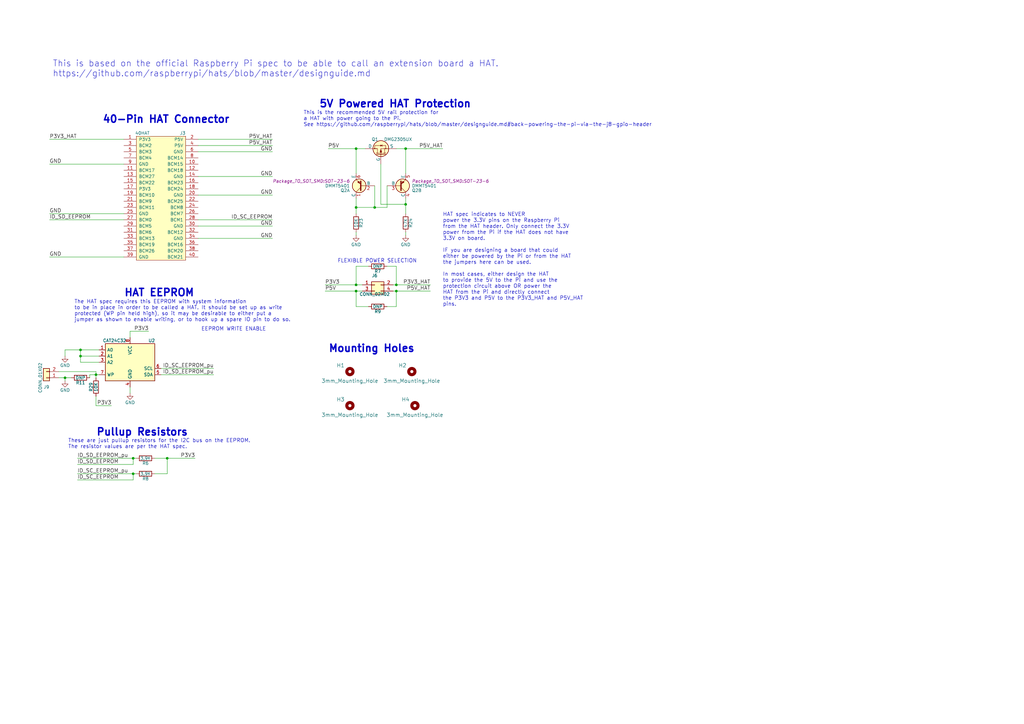
<source format=kicad_sch>
(kicad_sch (version 20230121) (generator eeschema)
  (paper "A3")
  (title_block (title "Raspberry Pi HAT") (rev "A"))
  (lib_symbols
    (symbol "Connector_Generic:Conn_01x02" (pin_names (offset 1.016) hide)
      (property "Reference" "J" (at 0 2.54 0))
      (property "Value" "Conn_01x02" (at 0 -5.08 0))
      (symbol "Conn_01x02_1_1"
        (rectangle (start -1.27 -2.413) (end 0 -2.667) (stroke (width 0.1524)))
        (rectangle (start -1.27 0.127) (end 0 -0.127) (stroke (width 0.1524)))
        (rectangle (start -1.27 1.27) (end 1.27 -3.81) (stroke (width 0.254)) (fill (type background)))
        (pin passive line (at -5.08 0 0) (length 3.81) (name "Pin_1") (number "1"))
        (pin passive line (at -5.08 -2.54 0) (length 3.81) (name "Pin_2") (number "2"))
      )
    )
    (symbol "Connector_Generic:Conn_02x02_Odd_Even" (pin_names (offset 1.016) hide)
      (property "Reference" "J" (at 1.27 2.54 0))
      (property "Value" "Conn_02x02_Odd_Even" (at 1.27 -5.08 0))
      (symbol "Conn_02x02_Odd_Even_1_1"
        (rectangle (start -1.27 -2.413) (end 0 -2.667) (stroke (width 0.1524)))
        (rectangle (start -1.27 0.127) (end 0 -0.127) (stroke (width 0.1524)))
        (rectangle (start -1.27 1.27) (end 3.81 -3.81) (stroke (width 0.254)) (fill (type background)))
        (rectangle (start 3.81 -2.413) (end 2.54 -2.667) (stroke (width 0.1524)))
        (rectangle (start 3.81 0.127) (end 2.54 -0.127) (stroke (width 0.1524)))
        (pin passive line (at -5.08 0 0) (length 3.81) (name "Pin_1") (number "1"))
        (pin passive line (at 7.62 0 180) (length 3.81) (name "Pin_2") (number "2"))
        (pin passive line (at -5.08 -2.54 0) (length 3.81) (name "Pin_3") (number "3"))
        (pin passive line (at 7.62 -2.54 180) (length 3.81) (name "Pin_4") (number "4"))
      )
    )
    (symbol "Device:R" (pin_numbers hide) (pin_names (offset 0))
      (property "Reference" "R" (at 2.032 0 90))
      (property "Value" "R" (at 0 0 90))
      (symbol "R_0_1"
        (rectangle (start -1.016 -2.54) (end 1.016 2.54) (stroke (width 0.254)))
      )
      (symbol "R_1_1"
        (pin passive line (at 0 3.81 270) (length 1.27) (name "~") (number "1"))
        (pin passive line (at 0 -3.81 90) (length 1.27) (name "~") (number "2"))
      )
    )
    (symbol "Mechanical:MountingHole" (pin_names (offset 1.016))
      (property "Reference" "H" (at 0 5.08 0))
      (property "Value" "MountingHole" (at 0 3.175 0))
      (symbol "MountingHole_0_1"
        (circle (center 0 0) (radius 1.27) (stroke (width 1.27)))
      )
    )
    (symbol "power:GND" (power) (pin_names (offset 0))
      (property "Value" "GND" (at 0 -3.81 0))
      (symbol "GND_0_1"
        (polyline (pts (xy 0 0) (xy 0 -1.27) (xy 1.27 -1.27) (xy 0 -2.54) (xy -1.27 -1.27) (xy 0 -1.27)))
      )
      (symbol "GND_1_1"
        (pin power_in line (at 0 0 270) (length 0) hide (name "GND") (number "1"))
      )
    )
    (symbol "raspberrypi_hat:CAT24C32" (pin_names (offset 0.762))
      (property "Reference" "U" (at -8.89 8.89 0))
      (property "Value" "CAT24C32" (at 6.35 8.89 0))
      (symbol "CAT24C32_0_0"
        (pin power_in line (at 0 -10.16 90) (length 2.54) (name "GND") (number "4"))
        (pin power_in line (at 0 10.16 270) (length 2.54) (name "VCC") (number "8"))
      )
      (symbol "CAT24C32_1_1"
        (rectangle (start -10.16 -7.62) (end 10.16 7.62) (stroke (width 0.254)) (fill (type background)))
        (pin input line (at -12.7 5.08 0) (length 2.54) (name "A0") (number "1"))
        (pin input line (at -12.7 2.54 0) (length 2.54) (name "A1") (number "2"))
        (pin input line (at -12.7 0 0) (length 2.54) (name "A2") (number "3"))
        (pin bidirectional line (at 12.7 -5.08 180) (length 2.54) (name "SDA") (number "5"))
        (pin input line (at 12.7 -2.54 180) (length 2.54) (name "SCL") (number "6"))
        (pin input line (at -12.7 -5.08 0) (length 2.54) (name "WP") (number "7"))
      )
    )
    (symbol "raspberrypi_hat:DMG2305UX" (pin_numbers hide) (pin_names (offset 0))
      (property "Reference" "Q" (at -2.54 3.81 0))
      (property "Value" "DMG2305UX" (at 12.7 3.81 0))
      (symbol "DMG2305UX_0_1"
        (polyline (pts (xy -2.54 0) (xy -2.286 0)) (stroke (width 0.254)))
        (polyline (pts (xy -1.778 -1.524) (xy 0 -1.524)))
        (polyline (pts (xy -1.778 -1.016) (xy -1.778 -2.032)))
        (polyline (pts (xy -1.778 0) (xy 0 0)))
        (polyline (pts (xy -1.778 0.508) (xy -1.778 -0.508)))
        (polyline (pts (xy -1.778 1.397) (xy 0 1.397)))
        (polyline (pts (xy -1.778 1.905) (xy -1.778 0.889)))
        (polyline (pts (xy 0 -2.032) (xy 0 -2.921)))
        (polyline (pts (xy 0 -1.778) (xy 0 0)))
        (polyline (pts (xy 0 -1.27) (xy 0 -2.032)))
        (polyline (pts (xy 0 1.524) (xy 0 2.794)))
        (polyline (pts (xy 0 2.159) (xy 0 1.397)))
        (polyline (pts (xy 0.889 -0.5334) (xy 1.6764 -0.508)))
        (polyline (pts (xy -2.286 1.778) (xy -2.286 -1.905) (xy -2.286 -1.397) (xy -2.286 -1.651)) (stroke (width 0.254)))
        (polyline (pts (xy -0.381 0) (xy -1.397 0.381) (xy -1.397 -0.381) (xy -0.381 0)) (fill (type outline)))
        (polyline (pts (xy 1.27 -0.4572) (xy 0.9906 0.1524) (xy 1.524 0.1524) (xy 1.2446 -0.4572)) (fill (type outline)))
        (polyline (pts (xy 0 2.54) (xy 1.27 2.54) (xy 1.27 0.508) (xy 1.27 -2.032) (xy 0 -2.032)))
        (circle (center 0 0) (radius 3.2512) (stroke (width 0.254)) (fill (type background)))
        (circle (center 0.0254 -2.032) (radius 0.1524) (fill (type outline)))
        (circle (center 0.0254 2.54) (radius 0.1778) (fill (type outline)))
      )
      (symbol "DMG2305UX_1_1"
        (pin input line (at -6.35 0 0) (length 3.81) (name "G") (number "1"))
        (pin passive line (at 0 -6.35 90) (length 3.81) (name "S") (number "2"))
        (pin passive line (at 0 6.35 270) (length 3.81) (name "D") (number "3"))
      )
    )
    (symbol "raspberrypi_hat:DMMT5401" (pin_names (offset 0))
      (property "Reference" "Q" (at 5.08 1.905 0))
      (property "Value" "DMMT5401" (at 5.08 0 0))
      (property "Footprint" "SOT-26" (at 5.08 -1.905 0))
      (symbol "DMMT5401_0_1"
        (polyline (pts (xy 0 0) (xy 0.635 0)))
        (polyline (pts (xy 2.54 -2.54) (xy 0.635 -0.635)))
        (polyline (pts (xy 2.54 2.54) (xy 0.635 0.635)))
        (polyline (pts (xy 0.635 1.905) (xy 0.635 -1.905) (xy 0.635 -1.905)) (stroke (width 0.508)) (fill (type outline)))
        (polyline (pts (xy 1.397 -1.905) (xy 1.905 -1.397) (xy 0.889 -0.889) (xy 1.397 -1.905) (xy 1.397 -1.905)) (fill (type outline)))
        (circle (center 1.27 0) (radius 2.8194) (stroke (width 0.254)) (fill (type background)))
      )
      (symbol "DMMT5401_1_1"
        (pin passive line (at 2.54 5.08 270) (length 2.54) (name "C") (number "1"))
        (pin input line (at -5.08 0 0) (length 5.08) (name "B") (number "2"))
        (pin passive line (at 2.54 -5.08 90) (length 2.54) (name "E") (number "6"))
      )
      (symbol "DMMT5401_2_1"
        (pin input line (at -5.08 0 0) (length 5.08) (name "B") (number "3"))
        (pin passive line (at 2.54 5.08 270) (length 2.54) (name "C") (number "4"))
        (pin passive line (at 2.54 -5.08 90) (length 2.54) (name "E") (number "5"))
      )
    )
    (symbol "raspberrypi_hat:OX40HAT" (pin_names (offset 1.016))
      (property "Reference" "J" (at 8.89 2.54 0))
      (property "Value" "OX40HAT" (at -7.62 2.54 0))
      (symbol "OX40HAT_0_1"
        (rectangle (start -10.16 1.27) (end 10.16 -49.53) (fill (type background)))
      )
      (symbol "OX40HAT_1_1"
        (pin bidirectional line (at -15.24 0 0) (length 5.08) (name "P3V3") (number "1"))
        (pin bidirectional line (at 15.24 -10.16 180) (length 5.08) (name "BCM15") (number "10"))
        (pin bidirectional line (at -15.24 -12.7 0) (length 5.08) (name "BCM17") (number "11"))
        (pin bidirectional line (at 15.24 -12.7 180) (length 5.08) (name "BCM18") (number "12"))
        (pin bidirectional line (at -15.24 -15.24 0) (length 5.08) (name "BCM27") (number "13"))
        (pin bidirectional line (at 15.24 -15.24 180) (length 5.08) (name "GND") (number "14"))
        (pin bidirectional line (at -15.24 -17.78 0) (length 5.08) (name "BCM22") (number "15"))
        (pin bidirectional line (at 15.24 -17.78 180) (length 5.08) (name "BCM23") (number "16"))
        (pin bidirectional line (at -15.24 -20.32 0) (length 5.08) (name "P3V3") (number "17"))
        (pin bidirectional line (at 15.24 -20.32 180) (length 5.08) (name "BCM24") (number "18"))
        (pin bidirectional line (at -15.24 -22.86 0) (length 5.08) (name "BCM10") (number "19"))
        (pin bidirectional line (at 15.24 0 180) (length 5.08) (name "P5V") (number "2"))
        (pin bidirectional line (at 15.24 -22.86 180) (length 5.08) (name "GND") (number "20"))
        (pin bidirectional line (at -15.24 -25.4 0) (length 5.08) (name "BCM9") (number "21"))
        (pin bidirectional line (at 15.24 -25.4 180) (length 5.08) (name "BCM25") (number "22"))
        (pin bidirectional line (at -15.24 -27.94 0) (length 5.08) (name "BCM11") (number "23"))
        (pin bidirectional line (at 15.24 -27.94 180) (length 5.08) (name "BCM8") (number "24"))
        (pin bidirectional line (at -15.24 -30.48 0) (length 5.08) (name "GND") (number "25"))
        (pin bidirectional line (at 15.24 -30.48 180) (length 5.08) (name "BCM7") (number "26"))
        (pin bidirectional line (at -15.24 -33.02 0) (length 5.08) (name "BCM0") (number "27"))
        (pin bidirectional line (at 15.24 -33.02 180) (length 5.08) (name "BCM1") (number "28"))
        (pin bidirectional line (at -15.24 -35.56 0) (length 5.08) (name "BCM5") (number "29"))
        (pin bidirectional line (at -15.24 -2.54 0) (length 5.08) (name "BCM2") (number "3"))
        (pin bidirectional line (at 15.24 -35.56 180) (length 5.08) (name "GND") (number "30"))
        (pin bidirectional line (at -15.24 -38.1 0) (length 5.08) (name "BCM6") (number "31"))
        (pin bidirectional line (at 15.24 -38.1 180) (length 5.08) (name "BCM12") (number "32"))
        (pin bidirectional line (at -15.24 -40.64 0) (length 5.08) (name "BCM13") (number "33"))
        (pin bidirectional line (at 15.24 -40.64 180) (length 5.08) (name "GND") (number "34"))
        (pin bidirectional line (at -15.24 -43.18 0) (length 5.08) (name "BCM19") (number "35"))
        (pin bidirectional line (at 15.24 -43.18 180) (length 5.08) (name "BCM16") (number "36"))
        (pin bidirectional line (at -15.24 -45.72 0) (length 5.08) (name "BCM26") (number "37"))
        (pin bidirectional line (at 15.24 -45.72 180) (length 5.08) (name "BCM20") (number "38"))
        (pin bidirectional line (at -15.24 -48.26 0) (length 5.08) (name "GND") (number "39"))
        (pin bidirectional line (at 15.24 -2.54 180) (length 5.08) (name "P5V") (number "4"))
        (pin bidirectional line (at 15.24 -48.26 180) (length 5.08) (name "BCM21") (number "40"))
        (pin bidirectional line (at -15.24 -5.08 0) (length 5.08) (name "BCM3") (number "5"))
        (pin bidirectional line (at 15.24 -5.08 180) (length 5.08) (name "GND") (number "6"))
        (pin bidirectional line (at -15.24 -7.62 0) (length 5.08) (name "BCM4") (number "7"))
        (pin bidirectional line (at 15.24 -7.62 180) (length 5.08) (name "BCM14") (number "8"))
        (pin bidirectional line (at -15.24 -10.16 0) (length 5.08) (name "GND") (number "9"))
      )
    )
  )
  (junction (at 26.67 154.94))
  (junction (at 146.05 85.09))
  (junction (at 54.61 187.96))
  (junction (at 162.56 119.38))
  (junction (at 153.67 85.09))
  (junction (at 166.37 83.82))
  (junction (at 146.05 119.38))
  (junction (at 39.37 153.67))
  (junction (at 54.61 194.31))
  (junction (at 68.58 187.96))
  (junction (at 162.56 116.84))
  (junction (at 33.02 146.05))
  (junction (at 146.05 116.84))
  (junction (at 33.02 143.51))
  (junction (at 146.05 60.96))
  (junction (at 166.37 60.96))
  (wire (pts (xy 26.67 143.51) (xy 26.67 146.05)))
  (wire (pts (xy 153.67 76.2) (xy 153.67 85.09)))
  (wire (pts (xy 50.8 90.17) (xy 20.32 90.17)))
  (wire (pts (xy 45.72 166.37) (xy 39.37 166.37)))
  (wire (pts (xy 87.63 153.67) (xy 66.04 153.67)))
  (wire (pts (xy 81.28 57.15) (xy 111.76 57.15)))
  (wire (pts (xy 166.37 96.52) (xy 166.37 95.25)))
  (wire (pts (xy 26.67 154.94) (xy 29.21 154.94)))
  (wire (pts (xy 146.05 85.09) (xy 146.05 87.63)))
  (wire (pts (xy 50.8 87.63) (xy 20.32 87.63)))
  (wire (pts (xy 33.02 143.51) (xy 40.64 143.51)))
  (wire (pts (xy 161.29 116.84) (xy 162.56 116.84)))
  (wire (pts (xy 68.58 194.31) (xy 68.58 187.96)))
  (wire (pts (xy 133.35 119.38) (xy 146.05 119.38)))
  (wire (pts (xy 162.56 119.38) (xy 176.53 119.38)))
  (wire (pts (xy 146.05 81.28) (xy 146.05 85.09)))
  (wire (pts (xy 53.34 158.75) (xy 53.34 161.29)))
  (wire (pts (xy 158.75 85.09) (xy 158.75 76.2)))
  (wire (pts (xy 39.37 152.4) (xy 39.37 153.67)))
  (wire (pts (xy 156.21 67.31) (xy 156.21 83.82)))
  (wire (pts (xy 153.67 85.09) (xy 158.75 85.09)))
  (wire (pts (xy 162.56 125.73) (xy 162.56 119.38)))
  (wire (pts (xy 81.28 92.71) (xy 111.76 92.71)))
  (wire (pts (xy 54.61 190.5) (xy 54.61 187.96)))
  (wire (pts (xy 54.61 187.96) (xy 55.88 187.96)))
  (wire (pts (xy 24.13 152.4) (xy 39.37 152.4)))
  (wire (pts (xy 162.56 109.22) (xy 158.75 109.22)))
  (wire (pts (xy 146.05 125.73) (xy 151.13 125.73)))
  (wire (pts (xy 54.61 194.31) (xy 55.88 194.31)))
  (wire (pts (xy 39.37 166.37) (xy 39.37 162.56)))
  (wire (pts (xy 54.61 196.85) (xy 54.61 194.31)))
  (wire (pts (xy 24.13 154.94) (xy 26.67 154.94)))
  (wire (pts (xy 81.28 62.23) (xy 111.76 62.23)))
  (wire (pts (xy 53.34 135.89) (xy 60.96 135.89)))
  (wire (pts (xy 68.58 187.96) (xy 80.01 187.96)))
  (wire (pts (xy 53.34 135.89) (xy 53.34 138.43)))
  (wire (pts (xy 81.28 72.39) (xy 111.76 72.39)))
  (wire (pts (xy 162.56 116.84) (xy 162.56 109.22)))
  (wire (pts (xy 156.21 83.82) (xy 166.37 83.82)))
  (wire (pts (xy 146.05 119.38) (xy 148.59 119.38)))
  (wire (pts (xy 36.83 153.67) (xy 39.37 153.67)))
  (wire (pts (xy 81.28 97.79) (xy 111.76 97.79)))
  (wire (pts (xy 146.05 116.84) (xy 148.59 116.84)))
  (wire (pts (xy 166.37 83.82) (xy 166.37 87.63)))
  (wire (pts (xy 26.67 156.21) (xy 26.67 154.94)))
  (wire (pts (xy 26.67 143.51) (xy 33.02 143.51)))
  (wire (pts (xy 146.05 96.52) (xy 146.05 95.25)))
  (wire (pts (xy 166.37 60.96) (xy 181.61 60.96)))
  (wire (pts (xy 151.13 109.22) (xy 146.05 109.22)))
  (wire (pts (xy 63.5 187.96) (xy 68.58 187.96)))
  (wire (pts (xy 81.28 90.17) (xy 111.76 90.17)))
  (wire (pts (xy 31.75 194.31) (xy 54.61 194.31)))
  (wire (pts (xy 146.05 71.12) (xy 146.05 60.96)))
  (wire (pts (xy 50.8 105.41) (xy 20.32 105.41)))
  (wire (pts (xy 166.37 71.12) (xy 166.37 60.96)))
  (wire (pts (xy 36.83 153.67) (xy 36.83 154.94)))
  (wire (pts (xy 39.37 153.67) (xy 40.64 153.67)))
  (wire (pts (xy 50.8 57.15) (xy 20.32 57.15)))
  (wire (pts (xy 146.05 109.22) (xy 146.05 116.84)))
  (wire (pts (xy 133.35 116.84) (xy 146.05 116.84)))
  (wire (pts (xy 161.29 119.38) (xy 162.56 119.38)))
  (wire (pts (xy 162.56 116.84) (xy 176.53 116.84)))
  (wire (pts (xy 33.02 146.05) (xy 33.02 148.59)))
  (wire (pts (xy 81.28 80.01) (xy 111.76 80.01)))
  (wire (pts (xy 54.61 190.5) (xy 31.75 190.5)))
  (wire (pts (xy 158.75 125.73) (xy 162.56 125.73)))
  (wire (pts (xy 33.02 148.59) (xy 40.64 148.59)))
  (wire (pts (xy 166.37 81.28) (xy 166.37 83.82)))
  (wire (pts (xy 146.05 85.09) (xy 153.67 85.09)))
  (wire (pts (xy 146.05 119.38) (xy 146.05 125.73)))
  (wire (pts (xy 81.28 59.69) (xy 111.76 59.69)))
  (wire (pts (xy 40.64 146.05) (xy 33.02 146.05)))
  (wire (pts (xy 68.58 194.31) (xy 63.5 194.31)))
  (wire (pts (xy 31.75 187.96) (xy 54.61 187.96)))
  (wire (pts (xy 50.8 67.31) (xy 20.32 67.31)))
  (wire (pts (xy 146.05 60.96) (xy 149.86 60.96)))
  (wire (pts (xy 39.37 153.67) (xy 39.37 154.94)))
  (wire (pts (xy 33.02 143.51) (xy 33.02 146.05)))
  (wire (pts (xy 134.62 60.96) (xy 146.05 60.96)))
  (wire (pts (xy 54.61 196.85) (xy 31.75 196.85)))
  (wire (pts (xy 66.04 151.13) (xy 87.63 151.13)))
  (wire (pts (xy 162.56 60.96) (xy 166.37 60.96)))
  (text "These are just pullup resistors for the I2C bus on the EEPROM.\nThe resistor values are per the HAT spec." (at 27.94 184.15 0) (effects (font (size 1.524 1.524)) (justify left bottom)))
  (text "HAT EEPROM" (at 50.8 121.92 0) (effects (font (size 2.9972 2.9972) (thickness 0.5994) bold) (justify left bottom)))
  (text "Pullup Resistors" (at 39.37 179.07 0) (effects (font (size 2.9972 2.9972) (thickness 0.5994) bold) (justify left bottom)))
  (text "This is based on the official Raspberry Pi spec to be able to call an extension board a HAT.\nhttps://github.com/raspberrypi/hats/blob/master/designguide.md" (at 21.59 31.75 0) (effects (font (size 2.54 2.54)) (justify left bottom)))
  (text "FLEXIBLE POWER SELECTION" (at 138.43 107.95 0) (effects (font (size 1.524 1.524)) (justify left bottom)))
  (text "This is the recommended 5V rail protection for \na HAT with power going to the Pi.\nSee https://github.com/raspberrypi/hats/blob/master/designguide.md#back-powering-the-pi-via-the-j8-gpio-header" (at 124.46 52.07 0) (effects (font (size 1.524 1.524)) (justify left bottom)))
  (text "5V Powered HAT Protection" (at 130.81 44.45 0) (effects (font (size 2.9972 2.9972) (thickness 0.5994) bold) (justify left bottom)))
  (text "40-Pin HAT Connector" (at 41.91 50.8 0) (effects (font (size 2.9972 2.9972) (thickness 0.5994) bold) (justify left bottom)))
  (text "Mounting Holes" (at 134.62 144.78 0) (effects (font (size 2.9972 2.9972) (thickness 0.5994) bold) (justify left bottom)))
  (text "The HAT spec requires this EEPROM with system information\nto be in place in order to be called a HAT. It should be set up as write\nprotected (WP pin held high), so it may be desirable to either put a \njumper as shown to enable writing, or to hook up a spare IO pin to do so." (at 30.48 132.08 0) (effects (font (size 1.524 1.524)) (justify left bottom)))
  (text "EEPROM WRITE ENABLE" (at 82.55 135.89 0) (effects (font (size 1.524 1.524)) (justify left bottom)))
  (text "HAT spec indicates to NEVER\npower the 3.3V pins on the Raspberry Pi \nfrom the HAT header. Only connect the 3.3V\npower from the Pi if the HAT does not have\n3.3V on board.\n\nIF you are designing a board that could\neither be powered by the Pi or from the HAT\nthe jumpers here can be used.\n\nIn most cases, either design the HAT \nto provide the 5V to the Pi and use the\nprotection circuit above OR power the\nHAT from the Pi and directly connect\nthe P3V3 and P5V to the P3V3_HAT and P5V_HAT\npins." (at 181.61 125.73 0) (effects (font (size 1.524 1.524)) (justify left bottom)))
  (label "P3V3" (at 80.01 187.96 180) (effects (font (size 1.524 1.524))))
  (label "GND" (at 20.32 67.31 0) (effects (font (size 1.524 1.524))))
  (label "GND" (at 20.32 87.63 0) (effects (font (size 1.524 1.524))))
  (label "ID_SC_EEPROM_pu" (at 31.75 194.31 0) (effects (font (size 1.524 1.524))))
  (label "ID_SD_EEPROM_pu" (at 31.75 187.96 0) (effects (font (size 1.524 1.524))))
  (label "ID_SD_EEPROM" (at 31.75 190.5 0) (effects (font (size 1.524 1.524))))
  (label "ID_SC_EEPROM_pu" (at 87.63 151.13 180) (effects (font (size 1.524 1.524))))
  (label "ID_SD_EEPROM" (at 20.32 90.17 0) (effects (font (size 1.524 1.524))))
  (label "P5V_HAT" (at 111.76 57.15 180) (effects (font (size 1.524 1.524))))
  (label "P3V3_HAT" (at 20.32 57.15 0) (effects (font (size 1.524 1.524))))
  (label "P5V" (at 134.62 60.96 0) (effects (font (size 1.524 1.524))))
  (label "P3V3_HAT" (at 176.53 116.84 180) (effects (font (size 1.524 1.524))))
  (label "GND" (at 111.76 97.79 180) (effects (font (size 1.524 1.524))))
  (label "P5V_HAT" (at 176.53 119.38 180) (effects (font (size 1.524 1.524))))
  (label "P5V_HAT" (at 111.76 59.69 180) (effects (font (size 1.524 1.524))))
  (label "GND" (at 111.76 72.39 180) (effects (font (size 1.524 1.524))))
  (label "P3V3" (at 60.96 135.89 180) (effects (font (size 1.524 1.524))))
  (label "P5V_HAT" (at 181.61 60.96 180) (effects (font (size 1.524 1.524))))
  (label "GND" (at 20.32 105.41 0) (effects (font (size 1.524 1.524))))
  (label "ID_SC_EEPROM" (at 111.76 90.17 180) (effects (font (size 1.524 1.524))))
  (label "P5V" (at 133.35 119.38 0) (effects (font (size 1.524 1.524))))
  (label "ID_SC_EEPROM" (at 31.75 196.85 0) (effects (font (size 1.524 1.524))))
  (label "P3V3" (at 133.35 116.84 0) (effects (font (size 1.524 1.524))))
  (label "GND" (at 111.76 62.23 180) (effects (font (size 1.524 1.524))))
  (label "ID_SD_EEPROM_pu" (at 87.63 153.67 180) (effects (font (size 1.524 1.524))))
  (label "P3V3" (at 45.72 166.37 180) (effects (font (size 1.524 1.524))))
  (label "GND" (at 111.76 92.71 180) (effects (font (size 1.524 1.524))))
  (label "GND" (at 111.76 80.01 180) (effects (font (size 1.524 1.524))))
  (symbol (lib_id "Mechanical:MountingHole") (at 143.51 152.4 0) (unit 1)
    (property "Reference" "H1" (at 139.7 149.86 0) (effects (font (size 1.524 1.524))))
    (property "Value" "3mm_Mounting_Hole" (at 143.51 156.21 0) (effects (font (size 1.524 1.524))))
    (property "Footprint" "project_footprints:NPTH_3mm_ID" (effects hide))
  )
  (symbol (lib_id "Mechanical:MountingHole") (at 168.91 152.4 0) (unit 1)
    (property "Reference" "H2" (at 165.1 149.86 0) (effects (font (size 1.524 1.524))))
    (property "Value" "3mm_Mounting_Hole" (at 168.91 156.21 0) (effects (font (size 1.524 1.524))))
    (property "Footprint" "project_footprints:NPTH_3mm_ID" (effects hide))
  )
  (symbol (lib_id "Mechanical:MountingHole") (at 143.51 166.37 0) (unit 1)
    (property "Reference" "H3" (at 139.7 163.83 0) (effects (font (size 1.524 1.524))))
    (property "Value" "3mm_Mounting_Hole" (at 143.51 170.18 0) (effects (font (size 1.524 1.524))))
    (property "Footprint" "project_footprints:NPTH_3mm_ID" (effects hide))
  )
  (symbol (lib_id "Mechanical:MountingHole") (at 170.18 166.37 0) (unit 1)
    (property "Reference" "H4" (at 166.37 163.83 0) (effects (font (size 1.524 1.524))))
    (property "Value" "3mm_Mounting_Hole" (at 170.18 170.18 0) (effects (font (size 1.524 1.524))))
    (property "Footprint" "project_footprints:NPTH_3mm_ID" (effects hide))
  )
  (symbol (lib_id "raspberrypi_hat:OX40HAT") (at 66.04 57.15 0) (unit 1)
    (property "Reference" "J3" (at 74.93 54.61 0))
    (property "Value" "40HAT" (at 58.42 54.61 0))
    (property "Footprint" "Connector_PinSocket_2.54mm:PinSocket_2x20_P2.54mm_Vertical" (effects hide))
  )
  (symbol (lib_id "Connector_Generic:Conn_02x02_Odd_Even") (at 153.67 116.84 0) (unit 1)
    (property "Reference" "J6" (at 153.67 113.03 0))
    (property "Value" "CONN_02X02" (at 153.67 120.65 0))
    (property "Footprint" "Connector_PinHeader_2.54mm:PinHeader_2x02_P2.54mm_Vertical" (effects hide))
  )
  (symbol (lib_id "raspberrypi_hat:DMG2305UX") (at 156.21 60.96 90) (unit 1)
    (property "Reference" "Q1" (at 152.4 57.15 90) (effects (justify right)))
    (property "Value" "DMG2305UX" (at 157.48 57.15 90) (effects (justify right)))
    (property "Footprint" "Package_TO_SOT_SMD:SOT-23" (effects hide))
  )
  (symbol (lib_id "raspberrypi_hat:DMMT5401") (at 148.59 76.2 180) (unit 1)
    (property "Reference" "Q2" (at 143.51 78.105 0) (effects (justify left)))
    (property "Value" "DMMT5401" (at 143.51 76.2 0) (effects (justify left)))
    (property "Footprint" "Package_TO_SOT_SMD:SOT-23-6" (at 143.51 74.295 0) (effects (font italic) (justify left)))
  )
  (symbol (lib_id "raspberrypi_hat:DMMT5401") (at 163.83 76.2 0) (mirror x) (unit 2)
    (property "Reference" "Q2" (at 168.91 78.105 0) (effects (justify left)))
    (property "Value" "DMMT5401" (at 168.91 76.2 0) (effects (justify left)))
    (property "Footprint" "Package_TO_SOT_SMD:SOT-23-6" (at 168.91 74.295 0) (effects (font italic) (justify left)))
  )
  (symbol (lib_id "Device:R") (at 146.05 91.44 0) (unit 1)
    (property "Reference" "R23" (at 148.082 91.44 90))
    (property "Value" "10K" (at 146.05 91.44 90))
    (property "Footprint" "Resistor_SMD:R_0603_1608Metric_Pad0.84x1.00mm_HandSolder" (effects hide))
  )
  (symbol (lib_id "Device:R") (at 166.37 91.44 0) (unit 1)
    (property "Reference" "R24" (at 168.402 91.44 90))
    (property "Value" "47K" (at 166.37 91.44 90))
    (property "Footprint" "Resistor_SMD:R_0603_1608Metric_Pad0.84x1.00mm_HandSolder" (effects hide))
  )
  (symbol (lib_id "power:GND") (at 146.05 96.52 0) (unit 1)
    (property "Reference" "#PWR01" (effects hide))
    (property "Value" "GND" (at 146.05 100.33 0))
  )
  (symbol (lib_id "power:GND") (at 166.37 96.52 0) (unit 1)
    (property "Reference" "#PWR02" (effects hide))
    (property "Value" "GND" (at 166.37 100.33 0))
  )
  (symbol (lib_id "raspberrypi_hat:CAT24C32") (at 53.34 148.59 0) (unit 1)
    (property "Reference" "U2" (at 62.23 139.7 0))
    (property "Value" "CAT24C32" (at 46.99 139.7 0))
    (property "Footprint" "Package_SOIC:SOIC-8_3.9x4.9mm_P1.27mm" (effects hide))
  )
  (symbol (lib_id "Device:R") (at 59.69 187.96 270) (unit 1)
    (property "Reference" "R6" (at 59.69 189.992 90))
    (property "Value" "3.9K" (at 59.69 187.96 90))
    (property "Footprint" "Resistor_SMD:R_0603_1608Metric_Pad0.84x1.00mm_HandSolder" (effects hide))
  )
  (symbol (lib_id "Device:R") (at 59.69 194.31 270) (unit 1)
    (property "Reference" "R8" (at 59.69 196.342 90))
    (property "Value" "3.9K" (at 59.69 194.31 90))
    (property "Footprint" "Resistor_SMD:R_0603_1608Metric_Pad0.84x1.00mm_HandSolder" (effects hide))
  )
  (symbol (lib_id "Connector_Generic:Conn_01x02") (at 19.05 154.94 180) (unit 1)
    (property "Reference" "J9" (at 19.05 158.75 0))
    (property "Value" "CONN_01X02" (at 16.51 154.94 90))
    (property "Footprint" "Connector_PinHeader_2.54mm:PinHeader_1x02_P2.54mm_Vertical" (effects hide))
  )
  (symbol (lib_id "Device:R") (at 39.37 158.75 180) (unit 1)
    (property "Reference" "R29" (at 37.338 158.75 90))
    (property "Value" "10K" (at 39.37 158.75 90))
    (property "Footprint" "Resistor_SMD:R_0603_1608Metric_Pad0.84x1.00mm_HandSolder" (effects hide))
  )
  (symbol (lib_id "power:GND") (at 26.67 146.05 0) (unit 1)
    (property "Reference" "#PWR03" (effects hide))
    (property "Value" "GND" (at 26.67 149.86 0))
  )
  (symbol (lib_id "power:GND") (at 26.67 156.21 0) (unit 1)
    (property "Reference" "#PWR04" (effects hide))
    (property "Value" "GND" (at 26.67 160.02 0))
  )
  (symbol (lib_id "Device:R") (at 154.94 109.22 270) (unit 1)
    (property "Reference" "R7" (at 154.94 111.252 90))
    (property "Value" "DNP" (at 154.94 109.22 90))
    (property "Footprint" "Resistor_SMD:R_0603_1608Metric_Pad0.84x1.00mm_HandSolder" (effects hide))
  )
  (symbol (lib_id "Device:R") (at 154.94 125.73 270) (unit 1)
    (property "Reference" "R9" (at 154.94 127.762 90))
    (property "Value" "DNP" (at 154.94 125.73 90))
    (property "Footprint" "Resistor_SMD:R_0603_1608Metric_Pad0.84x1.00mm_HandSolder" (effects hide))
  )
  (symbol (lib_id "Device:R") (at 33.02 154.94 270) (unit 1)
    (property "Reference" "R11" (at 33.02 156.972 90))
    (property "Value" "DNP" (at 33.02 154.94 90))
    (property "Footprint" "Resistor_SMD:R_0603_1608Metric_Pad0.84x1.00mm_HandSolder" (effects hide))
  )
  (symbol (lib_id "power:GND") (at 53.34 161.29 0) (unit 1)
    (property "Reference" "#PWR05" (effects hide))
    (property "Value" "GND" (at 53.34 165.1 0))
  )
)
</source>
